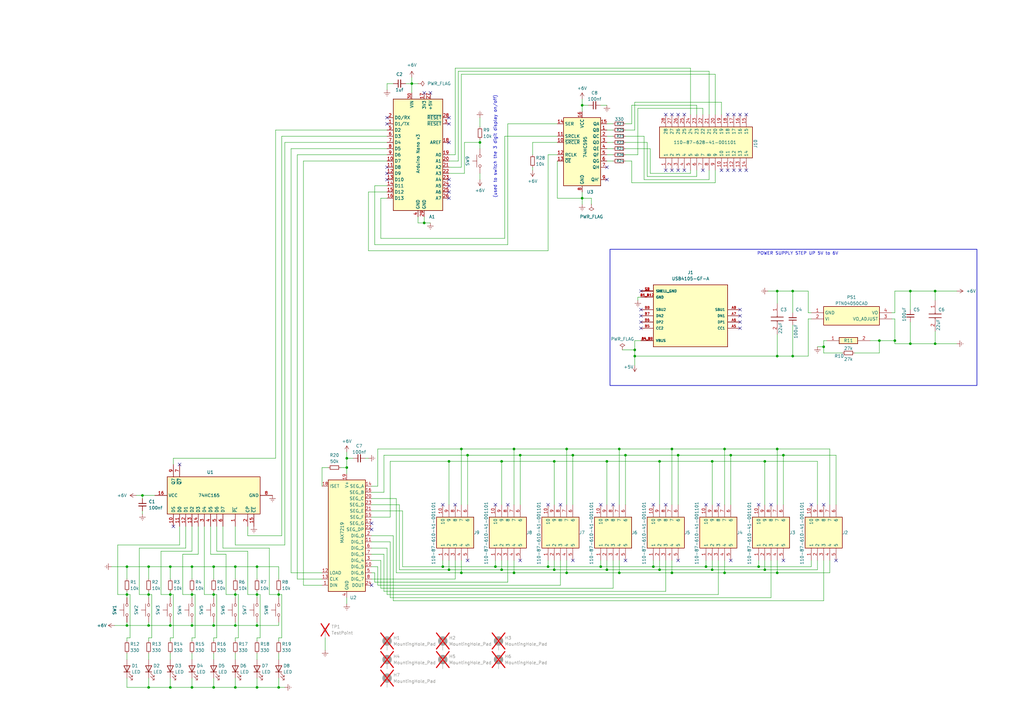
<source format=kicad_sch>
(kicad_sch (version 20230121) (generator eeschema)
  (paper "A3")
  (title_block (title "8 Bit zu Byte") (date "2023-09-17") (rev "A"))
  (junction (at 60.96 232.41))
  (junction (at 383.54 119.38))
  (junction (at 181.61 232.41))
  (junction (at 60.96 281.94))
  (junction (at 87.63 256.54))
  (junction (at 227.33 233.68))
  (junction (at 318.77 234.95))
  (junction (at 238.76 81.28))
  (junction (at 325.12 119.38))
  (junction (at 58.42 203.2))
  (junction (at 270.51 189.23))
  (junction (at 105.41 243.84))
  (junction (at 184.15 233.68))
  (junction (at 205.74 189.23))
  (junction (at 114.3 243.84))
  (junction (at 289.56 232.41))
  (junction (at 248.92 189.23))
  (junction (at 60.96 256.54))
  (junction (at 69.85 281.94))
  (junction (at 292.1 233.68))
  (junction (at 205.74 233.68))
  (junction (at 78.74 281.94))
  (junction (at 142.24 187.96))
  (junction (at 105.41 256.54))
  (junction (at 96.52 232.41))
  (junction (at 232.41 234.95))
  (junction (at 96.52 281.94))
  (junction (at 325.12 146.05))
  (junction (at 227.33 189.23))
  (junction (at 313.69 189.23))
  (junction (at 367.03 139.7))
  (junction (at 168.91 34.29))
  (junction (at 173.99 91.44))
  (junction (at 254 234.95))
  (junction (at 105.41 232.41))
  (junction (at 96.52 256.54))
  (junction (at 318.77 184.15))
  (junction (at 248.92 233.68))
  (junction (at 52.07 256.54))
  (junction (at 275.59 184.15))
  (junction (at 260.35 146.05))
  (junction (at 52.07 232.41))
  (junction (at 87.63 232.41))
  (junction (at 96.52 243.84))
  (junction (at 278.13 186.69))
  (junction (at 270.51 233.68))
  (junction (at 318.77 146.05))
  (junction (at 234.95 186.69))
  (junction (at 238.76 43.18))
  (junction (at 210.82 184.15))
  (junction (at 373.38 140.97))
  (junction (at 196.85 58.42))
  (junction (at 184.15 189.23))
  (junction (at 311.15 232.41))
  (junction (at 78.74 256.54))
  (junction (at 87.63 281.94))
  (junction (at 321.31 186.69))
  (junction (at 60.96 243.84))
  (junction (at 267.97 232.41))
  (junction (at 299.72 186.69))
  (junction (at 142.24 191.77))
  (junction (at 337.82 142.24))
  (junction (at 360.68 139.7))
  (junction (at 297.18 184.15))
  (junction (at 203.2 232.41))
  (junction (at 114.3 281.94))
  (junction (at 69.85 243.84))
  (junction (at 87.63 243.84))
  (junction (at 210.82 234.95))
  (junction (at 191.77 186.69))
  (junction (at 189.23 234.95))
  (junction (at 318.77 119.38))
  (junction (at 297.18 234.95))
  (junction (at 292.1 189.23))
  (junction (at 78.74 232.41))
  (junction (at 313.69 233.68))
  (junction (at 383.54 140.97))
  (junction (at 224.79 232.41))
  (junction (at 232.41 184.15))
  (junction (at 52.07 243.84))
  (junction (at 105.41 281.94))
  (junction (at 275.59 234.95))
  (junction (at 78.74 243.84))
  (junction (at 246.38 232.41))
  (junction (at 213.36 186.69))
  (junction (at 373.38 119.38))
  (junction (at 189.23 184.15))
  (junction (at 69.85 232.41))
  (junction (at 254 184.15))
  (junction (at 69.85 256.54))
  (junction (at 256.54 186.69))
  (junction (at 260.35 143.51))
  (no_connect (at 184.15 50.8))
  (no_connect (at 181.61 207.01))
  (no_connect (at 273.05 46.99))
  (no_connect (at 158.75 73.66))
  (no_connect (at 184.15 58.42))
  (no_connect (at 234.95 229.87))
  (no_connect (at 246.38 207.01))
  (no_connect (at 256.54 229.87))
  (no_connect (at 173.99 38.1))
  (no_connect (at 299.72 229.87))
  (no_connect (at 342.9 229.87))
  (no_connect (at 332.74 207.01))
  (no_connect (at 152.4 240.03))
  (no_connect (at 321.31 229.87))
  (no_connect (at 203.2 207.01))
  (no_connect (at 288.29 69.85))
  (no_connect (at 280.67 69.85))
  (no_connect (at 224.79 207.01))
  (no_connect (at 298.45 69.85))
  (no_connect (at 251.46 207.01))
  (no_connect (at 248.92 68.58))
  (no_connect (at 213.36 229.87))
  (no_connect (at 262.89 129.54))
  (no_connect (at 184.15 78.74))
  (no_connect (at 184.15 73.66))
  (no_connect (at 316.23 207.01))
  (no_connect (at 278.13 69.85))
  (no_connect (at 184.15 48.26))
  (no_connect (at 311.15 207.01))
  (no_connect (at 73.66 190.5))
  (no_connect (at 273.05 69.85))
  (no_connect (at 295.91 69.85))
  (no_connect (at 152.4 217.17))
  (no_connect (at 262.89 132.08))
  (no_connect (at 303.53 69.85))
  (no_connect (at 158.75 48.26))
  (no_connect (at 300.99 46.99))
  (no_connect (at 303.53 134.62))
  (no_connect (at 280.67 46.99))
  (no_connect (at 158.75 68.58))
  (no_connect (at 186.69 207.01))
  (no_connect (at 289.56 207.01))
  (no_connect (at 337.82 207.01))
  (no_connect (at 278.13 229.87))
  (no_connect (at 267.97 207.01))
  (no_connect (at 262.89 134.62))
  (no_connect (at 262.89 127))
  (no_connect (at 303.53 129.54))
  (no_connect (at 278.13 46.99))
  (no_connect (at 184.15 81.28))
  (no_connect (at 208.28 207.01))
  (no_connect (at 229.87 207.01))
  (no_connect (at 303.53 132.08))
  (no_connect (at 262.89 119.38))
  (no_connect (at 248.92 73.66))
  (no_connect (at 158.75 71.12))
  (no_connect (at 306.07 69.85))
  (no_connect (at 306.07 46.99))
  (no_connect (at 294.64 207.01))
  (no_connect (at 158.75 50.8))
  (no_connect (at 298.45 46.99))
  (no_connect (at 71.12 215.9))
  (no_connect (at 184.15 76.2))
  (no_connect (at 176.53 38.1))
  (no_connect (at 300.99 69.85))
  (no_connect (at 152.4 214.63))
  (no_connect (at 275.59 46.99))
  (no_connect (at 275.59 69.85))
  (no_connect (at 191.77 229.87))
  (no_connect (at 273.05 207.01))
  (no_connect (at 303.53 127))
  (no_connect (at 303.53 46.99))
  (wire (pts (xy 218.44 68.58) (xy 218.44 69.85)))
  (wire (pts (xy 367.03 119.38) (xy 373.38 119.38)))
  (wire (pts (xy 156.21 229.87) (xy 156.21 241.3)))
  (wire (pts (xy 313.69 189.23) (xy 335.28 189.23)))
  (wire (pts (xy 313.69 189.23) (xy 313.69 207.01)))
  (wire (pts (xy 248.92 63.5) (xy 251.46 63.5)))
  (wire (pts (xy 62.23 261.62) (xy 62.23 243.84)))
  (wire (pts (xy 256.54 60.96) (xy 266.7 60.96)))
  (wire (pts (xy 66.04 226.06) (xy 66.04 243.84)))
  (wire (pts (xy 318.77 137.16) (xy 318.77 146.05)))
  (wire (pts (xy 152.4 237.49) (xy 186.69 237.49)))
  (wire (pts (xy 311.15 229.87) (xy 311.15 232.41)))
  (wire (pts (xy 251.46 241.3) (xy 251.46 229.87)))
  (wire (pts (xy 383.54 135.89) (xy 383.54 140.97)))
  (wire (pts (xy 248.92 43.18) (xy 246.38 43.18)))
  (wire (pts (xy 48.26 223.52) (xy 73.66 223.52)))
  (wire (pts (xy 234.95 186.69) (xy 234.95 207.01)))
  (wire (pts (xy 69.85 256.54) (xy 78.74 256.54)))
  (wire (pts (xy 158.75 224.79) (xy 158.75 243.84)))
  (wire (pts (xy 121.92 63.5) (xy 121.92 237.49)))
  (wire (pts (xy 227.33 189.23) (xy 248.92 189.23)))
  (wire (pts (xy 254 184.15) (xy 275.59 184.15)))
  (wire (pts (xy 154.94 232.41) (xy 154.94 240.03)))
  (wire (pts (xy 52.07 281.94) (xy 60.96 281.94)))
  (wire (pts (xy 208.28 50.8) (xy 208.28 100.33)))
  (wire (pts (xy 337.82 142.24) (xy 337.82 139.7)))
  (wire (pts (xy 83.82 215.9) (xy 83.82 243.84)))
  (wire (pts (xy 337.82 139.7) (xy 339.09 139.7)))
  (wire (pts (xy 78.74 243.84) (xy 78.74 245.11)))
  (wire (pts (xy 238.76 43.18) (xy 238.76 45.72)))
  (wire (pts (xy 60.96 232.41) (xy 60.96 237.49)))
  (wire (pts (xy 297.18 229.87) (xy 297.18 234.95)))
  (wire (pts (xy 229.87 240.03) (xy 229.87 229.87)))
  (wire (pts (xy 69.85 255.27) (xy 69.85 256.54)))
  (wire (pts (xy 78.74 261.62) (xy 80.01 261.62)))
  (wire (pts (xy 52.07 267.97) (xy 52.07 270.51)))
  (wire (pts (xy 78.74 262.89) (xy 78.74 261.62)))
  (wire (pts (xy 294.64 243.84) (xy 294.64 229.87)))
  (wire (pts (xy 139.7 191.77) (xy 142.24 191.77)))
  (wire (pts (xy 153.67 234.95) (xy 153.67 238.76)))
  (wire (pts (xy 205.74 189.23) (xy 205.74 207.01)))
  (wire (pts (xy 318.77 119.38) (xy 318.77 124.46)))
  (wire (pts (xy 259.08 50.8) (xy 259.08 43.18)))
  (wire (pts (xy 69.85 232.41) (xy 69.85 237.49)))
  (wire (pts (xy 96.52 278.13) (xy 96.52 281.94)))
  (wire (pts (xy 71.12 261.62) (xy 71.12 243.84)))
  (wire (pts (xy 60.96 255.27) (xy 60.96 256.54)))
  (wire (pts (xy 105.41 278.13) (xy 105.41 281.94)))
  (wire (pts (xy 190.5 71.12) (xy 190.5 58.42)))
  (wire (pts (xy 52.07 256.54) (xy 60.96 256.54)))
  (wire (pts (xy 78.74 232.41) (xy 87.63 232.41)))
  (wire (pts (xy 267.97 232.41) (xy 289.56 232.41)))
  (wire (pts (xy 273.05 242.57) (xy 273.05 229.87)))
  (wire (pts (xy 52.07 262.89) (xy 52.07 261.62)))
  (wire (pts (xy 248.92 233.68) (xy 270.51 233.68)))
  (wire (pts (xy 196.85 58.42) (xy 196.85 60.96)))
  (wire (pts (xy 205.74 189.23) (xy 227.33 189.23)))
  (wire (pts (xy 101.6 219.71) (xy 101.6 215.9)))
  (wire (pts (xy 232.41 184.15) (xy 254 184.15)))
  (wire (pts (xy 288.29 46.99) (xy 288.29 44.45)))
  (wire (pts (xy 78.74 278.13) (xy 78.74 281.94)))
  (wire (pts (xy 224.79 102.87) (xy 151.13 102.87)))
  (wire (pts (xy 248.92 50.8) (xy 251.46 50.8)))
  (wire (pts (xy 335.28 189.23) (xy 335.28 207.01)))
  (wire (pts (xy 110.49 224.79) (xy 91.44 224.79)))
  (wire (pts (xy 275.59 184.15) (xy 297.18 184.15)))
  (wire (pts (xy 157.48 186.69) (xy 157.48 201.93)))
  (wire (pts (xy 69.85 278.13) (xy 69.85 281.94)))
  (wire (pts (xy 297.18 184.15) (xy 318.77 184.15)))
  (wire (pts (xy 278.13 186.69) (xy 278.13 207.01)))
  (wire (pts (xy 350.52 144.78) (xy 360.68 144.78)))
  (wire (pts (xy 256.54 53.34) (xy 260.35 53.34)))
  (wire (pts (xy 91.44 224.79) (xy 91.44 215.9)))
  (wire (pts (xy 114.3 261.62) (xy 115.57 261.62)))
  (wire (pts (xy 116.84 58.42) (xy 116.84 223.52)))
  (wire (pts (xy 92.71 227.33) (xy 86.36 227.33)))
  (wire (pts (xy 191.77 186.69) (xy 213.36 186.69)))
  (wire (pts (xy 114.3 278.13) (xy 114.3 281.94)))
  (wire (pts (xy 53.34 261.62) (xy 53.34 243.84)))
  (wire (pts (xy 116.84 58.42) (xy 158.75 58.42)))
  (wire (pts (xy 292.1 233.68) (xy 313.69 233.68)))
  (wire (pts (xy 158.75 55.88) (xy 115.57 55.88)))
  (wire (pts (xy 205.74 233.68) (xy 227.33 233.68)))
  (wire (pts (xy 58.42 209.55) (xy 58.42 210.82)))
  (wire (pts (xy 158.75 63.5) (xy 121.92 63.5)))
  (wire (pts (xy 157.48 201.93) (xy 152.4 201.93)))
  (wire (pts (xy 52.07 261.62) (xy 53.34 261.62)))
  (wire (pts (xy 78.74 255.27) (xy 78.74 256.54)))
  (wire (pts (xy 289.56 232.41) (xy 311.15 232.41)))
  (wire (pts (xy 165.1 209.55) (xy 152.4 209.55)))
  (wire (pts (xy 60.96 281.94) (xy 69.85 281.94)))
  (wire (pts (xy 260.35 41.91) (xy 260.35 53.34)))
  (wire (pts (xy 45.72 232.41) (xy 52.07 232.41)))
  (wire (pts (xy 292.1 189.23) (xy 292.1 207.01)))
  (wire (pts (xy 152.4 229.87) (xy 156.21 229.87)))
  (wire (pts (xy 260.35 143.51) (xy 260.35 146.05)))
  (wire (pts (xy 256.54 63.5) (xy 261.62 63.5)))
  (wire (pts (xy 255.27 143.51) (xy 260.35 143.51)))
  (wire (pts (xy 314.96 119.38) (xy 318.77 119.38)))
  (wire (pts (xy 60.96 262.89) (xy 60.96 261.62)))
  (wire (pts (xy 313.69 233.68) (xy 335.28 233.68)))
  (wire (pts (xy 60.96 243.84) (xy 60.96 245.11)))
  (wire (pts (xy 191.77 186.69) (xy 191.77 207.01)))
  (wire (pts (xy 295.91 46.99) (xy 295.91 41.91)))
  (wire (pts (xy 152.4 224.79) (xy 158.75 224.79)))
  (wire (pts (xy 87.63 261.62) (xy 88.9 261.62)))
  (wire (pts (xy 114.3 256.54) (xy 114.3 255.27)))
  (wire (pts (xy 367.03 130.81) (xy 367.03 139.7)))
  (wire (pts (xy 66.04 243.84) (xy 69.85 243.84)))
  (wire (pts (xy 87.63 262.89) (xy 87.63 261.62)))
  (wire (pts (xy 265.43 72.39) (xy 265.43 58.42)))
  (wire (pts (xy 325.12 119.38) (xy 325.12 128.27)))
  (wire (pts (xy 163.83 233.68) (xy 163.83 207.01)))
  (wire (pts (xy 101.6 226.06) (xy 101.6 243.84)))
  (wire (pts (xy 256.54 58.42) (xy 265.43 58.42)))
  (wire (pts (xy 106.68 261.62) (xy 106.68 243.84)))
  (wire (pts (xy 189.23 184.15) (xy 210.82 184.15)))
  (wire (pts (xy 96.52 262.89) (xy 96.52 261.62)))
  (wire (pts (xy 83.82 243.84) (xy 87.63 243.84)))
  (wire (pts (xy 88.9 261.62) (xy 88.9 243.84)))
  (wire (pts (xy 74.93 227.33) (xy 74.93 243.84)))
  (wire (pts (xy 181.61 229.87) (xy 181.61 232.41)))
  (wire (pts (xy 196.85 57.15) (xy 196.85 58.42)))
  (wire (pts (xy 259.08 43.18) (xy 285.75 43.18)))
  (wire (pts (xy 196.85 71.12) (xy 196.85 73.66)))
  (wire (pts (xy 153.67 100.33) (xy 153.67 76.2)))
  (wire (pts (xy 367.03 128.27) (xy 365.76 128.27)))
  (wire (pts (xy 52.07 232.41) (xy 60.96 232.41)))
  (wire (pts (xy 134.62 191.77) (xy 132.08 191.77)))
  (wire (pts (xy 325.12 146.05) (xy 331.47 146.05)))
  (wire (pts (xy 60.96 232.41) (xy 69.85 232.41)))
  (wire (pts (xy 160.02 189.23) (xy 160.02 212.09)))
  (wire (pts (xy 208.28 50.8) (xy 228.6 50.8)))
  (wire (pts (xy 154.94 240.03) (xy 229.87 240.03)))
  (wire (pts (xy 311.15 232.41) (xy 332.74 232.41)))
  (wire (pts (xy 114.3 237.49) (xy 114.3 232.41)))
  (wire (pts (xy 142.24 187.96) (xy 142.24 191.77)))
  (wire (pts (xy 210.82 234.95) (xy 232.41 234.95)))
  (wire (pts (xy 96.52 256.54) (xy 105.41 256.54)))
  (wire (pts (xy 248.92 189.23) (xy 270.51 189.23)))
  (wire (pts (xy 74.93 227.33) (xy 81.28 227.33)))
  (wire (pts (xy 325.12 119.38) (xy 331.47 119.38)))
  (wire (pts (xy 152.4 212.09) (xy 160.02 212.09)))
  (wire (pts (xy 260.35 146.05) (xy 260.35 149.86)))
  (wire (pts (xy 69.85 281.94) (xy 78.74 281.94)))
  (wire (pts (xy 184.15 189.23) (xy 205.74 189.23)))
  (wire (pts (xy 292.1 229.87) (xy 292.1 233.68)))
  (wire (pts (xy 373.38 119.38) (xy 373.38 127)))
  (wire (pts (xy 132.08 191.77) (xy 132.08 199.39)))
  (wire (pts (xy 299.72 186.69) (xy 321.31 186.69)))
  (wire (pts (xy 57.15 224.79) (xy 76.2 224.79)))
  (wire (pts (xy 153.67 76.2) (xy 158.75 76.2)))
  (wire (pts (xy 87.63 267.97) (xy 87.63 270.51)))
  (wire (pts (xy 162.56 234.95) (xy 162.56 204.47)))
  (wire (pts (xy 196.85 48.26) (xy 196.85 52.07)))
  (wire (pts (xy 264.16 73.66) (xy 264.16 55.88)))
  (wire (pts (xy 144.78 187.96) (xy 142.24 187.96)))
  (wire (pts (xy 293.37 30.48) (xy 189.23 30.48)))
  (wire (pts (xy 74.93 243.84) (xy 78.74 243.84)))
  (wire (pts (xy 115.57 261.62) (xy 115.57 243.84)))
  (wire (pts (xy 110.49 224.79) (xy 110.49 243.84)))
  (wire (pts (xy 187.96 66.04) (xy 184.15 66.04)))
  (wire (pts (xy 96.52 232.41) (xy 105.41 232.41)))
  (wire (pts (xy 184.15 233.68) (xy 205.74 233.68)))
  (wire (pts (xy 105.41 262.89) (xy 105.41 261.62)))
  (wire (pts (xy 113.03 53.34) (xy 113.03 187.96)))
  (wire (pts (xy 262.89 121.92) (xy 261.62 121.92)))
  (wire (pts (xy 256.54 66.04) (xy 259.08 66.04)))
  (wire (pts (xy 189.23 30.48) (xy 189.23 68.58)))
  (wire (pts (xy 331.47 130.81) (xy 331.47 146.05)))
  (wire (pts (xy 152.4 234.95) (xy 153.67 234.95)))
  (wire (pts (xy 318.77 234.95) (xy 340.36 234.95)))
  (wire (pts (xy 113.03 53.34) (xy 158.75 53.34)))
  (wire (pts (xy 46.99 256.54) (xy 52.07 256.54)))
  (wire (pts (xy 52.07 232.41) (xy 52.07 237.49)))
  (wire (pts (xy 261.62 121.92) (xy 261.62 123.19)))
  (wire (pts (xy 60.96 267.97) (xy 60.96 270.51)))
  (wire (pts (xy 283.21 69.85) (xy 283.21 71.12)))
  (wire (pts (xy 81.28 227.33) (xy 81.28 215.9)))
  (wire (pts (xy 228.6 58.42) (xy 218.44 58.42)))
  (wire (pts (xy 160.02 245.11) (xy 316.23 245.11)))
  (wire (pts (xy 210.82 184.15) (xy 232.41 184.15)))
  (wire (pts (xy 119.38 234.95) (xy 132.08 234.95)))
  (wire (pts (xy 238.76 78.74) (xy 238.76 81.28)))
  (wire (pts (xy 71.12 187.96) (xy 113.03 187.96)))
  (wire (pts (xy 242.57 81.28) (xy 238.76 81.28)))
  (wire (pts (xy 285.75 72.39) (xy 265.43 72.39)))
  (wire (pts (xy 161.29 34.29) (xy 158.75 34.29)))
  (wire (pts (xy 156.21 97.79) (xy 156.21 81.28)))
  (wire (pts (xy 161.29 246.38) (xy 337.82 246.38)))
  (wire (pts (xy 261.62 44.45) (xy 261.62 63.5)))
  (wire (pts (xy 293.37 74.93) (xy 259.08 74.93)))
  (wire (pts (xy 80.01 261.62) (xy 80.01 243.84)))
  (wire (pts (xy 189.23 229.87) (xy 189.23 234.95)))
  (wire (pts (xy 115.57 243.84) (xy 114.3 243.84)))
  (wire (pts (xy 325.12 133.35) (xy 325.12 146.05)))
  (wire (pts (xy 275.59 184.15) (xy 275.59 207.01)))
  (wire (pts (xy 157.48 186.69) (xy 191.77 186.69)))
  (wire (pts (xy 227.33 229.87) (xy 227.33 233.68)))
  (wire (pts (xy 266.7 71.12) (xy 266.7 60.96)))
  (wire (pts (xy 48.26 243.84) (xy 52.07 243.84)))
  (wire (pts (xy 60.96 278.13) (xy 60.96 281.94)))
  (wire (pts (xy 248.92 189.23) (xy 248.92 207.01)))
  (wire (pts (xy 76.2 224.79) (xy 76.2 215.9)))
  (wire (pts (xy 321.31 186.69) (xy 342.9 186.69)))
  (wire (pts (xy 248.92 66.04) (xy 251.46 66.04)))
  (wire (pts (xy 57.15 224.79) (xy 57.15 243.84)))
  (wire (pts (xy 248.92 58.42) (xy 251.46 58.42)))
  (wire (pts (xy 163.83 233.68) (xy 184.15 233.68)))
  (wire (pts (xy 267.97 229.87) (xy 267.97 232.41)))
  (wire (pts (xy 124.46 66.04) (xy 124.46 240.03)))
  (wire (pts (xy 62.23 243.84) (xy 60.96 243.84)))
  (wire (pts (xy 69.85 267.97) (xy 69.85 270.51)))
  (wire (pts (xy 173.99 91.44) (xy 176.53 91.44)))
  (wire (pts (xy 331.47 119.38) (xy 331.47 128.27)))
  (wire (pts (xy 313.69 229.87) (xy 313.69 233.68)))
  (wire (pts (xy 283.21 27.94) (xy 283.21 46.99)))
  (wire (pts (xy 160.02 189.23) (xy 184.15 189.23)))
  (wire (pts (xy 110.49 243.84) (xy 114.3 243.84)))
  (wire (pts (xy 205.74 229.87) (xy 205.74 233.68)))
  (wire (pts (xy 331.47 128.27) (xy 332.74 128.27)))
  (wire (pts (xy 260.35 139.7) (xy 260.35 143.51)))
  (wire (pts (xy 105.41 232.41) (xy 105.41 237.49)))
  (wire (pts (xy 340.36 184.15) (xy 340.36 207.01)))
  (wire (pts (xy 275.59 234.95) (xy 297.18 234.95)))
  (wire (pts (xy 189.23 68.58) (xy 184.15 68.58)))
  (wire (pts (xy 224.79 63.5) (xy 224.79 102.87)))
  (wire (pts (xy 256.54 186.69) (xy 278.13 186.69)))
  (wire (pts (xy 153.67 238.76) (xy 208.28 238.76)))
  (wire (pts (xy 66.04 226.06) (xy 78.74 226.06)))
  (wire (pts (xy 157.48 227.33) (xy 157.48 242.57)))
  (wire (pts (xy 190.5 58.42) (xy 196.85 58.42)))
  (wire (pts (xy 171.45 91.44) (xy 173.99 91.44)))
  (wire (pts (xy 345.44 144.78) (xy 337.82 144.78)))
  (wire (pts (xy 248.92 53.34) (xy 251.46 53.34)))
  (wire (pts (xy 96.52 243.84) (xy 96.52 245.11)))
  (wire (pts (xy 260.35 146.05) (xy 318.77 146.05)))
  (wire (pts (xy 256.54 50.8) (xy 259.08 50.8)))
  (wire (pts (xy 293.37 69.85) (xy 293.37 74.93)))
  (wire (pts (xy 133.35 261.62) (xy 133.35 266.7)))
  (wire (pts (xy 115.57 55.88) (xy 115.57 219.71)))
  (wire (pts (xy 48.26 223.52) (xy 48.26 243.84)))
  (wire (pts (xy 69.85 243.84) (xy 69.85 245.11)))
  (wire (pts (xy 151.13 187.96) (xy 149.86 187.96)))
  (wire (pts (xy 181.61 232.41) (xy 203.2 232.41)))
  (wire (pts (xy 152.4 232.41) (xy 154.94 232.41)))
  (wire (pts (xy 238.76 81.28) (xy 238.76 83.82)))
  (wire (pts (xy 228.6 81.28) (xy 238.76 81.28)))
  (wire (pts (xy 152.4 222.25) (xy 160.02 222.25)))
  (wire (pts (xy 87.63 281.94) (xy 96.52 281.94)))
  (wire (pts (xy 156.21 241.3) (xy 251.46 241.3)))
  (wire (pts (xy 168.91 34.29) (xy 168.91 38.1)))
  (wire (pts (xy 101.6 243.84) (xy 105.41 243.84)))
  (wire (pts (xy 69.85 232.41) (xy 78.74 232.41)))
  (wire (pts (xy 270.51 229.87) (xy 270.51 233.68)))
  (wire (pts (xy 213.36 186.69) (xy 234.95 186.69)))
  (wire (pts (xy 78.74 232.41) (xy 78.74 237.49)))
  (wire (pts (xy 292.1 189.23) (xy 313.69 189.23)))
  (wire (pts (xy 152.4 207.01) (xy 163.83 207.01)))
  (wire (pts (xy 186.69 237.49) (xy 186.69 229.87)))
  (wire (pts (xy 96.52 255.27) (xy 96.52 256.54)))
  (wire (pts (xy 373.38 140.97) (xy 383.54 140.97)))
  (wire (pts (xy 248.92 229.87) (xy 248.92 233.68)))
  (wire (pts (xy 119.38 234.95) (xy 119.38 60.96)))
  (wire (pts (xy 242.57 83.82) (xy 242.57 81.28)))
  (wire (pts (xy 210.82 229.87) (xy 210.82 234.95)))
  (wire (pts (xy 290.83 29.21) (xy 187.96 29.21)))
  (wire (pts (xy 78.74 256.54) (xy 87.63 256.54)))
  (wire (pts (xy 342.9 186.69) (xy 342.9 207.01)))
  (wire (pts (xy 154.94 184.15) (xy 189.23 184.15)))
  (wire (pts (xy 114.3 242.57) (xy 114.3 243.84)))
  (wire (pts (xy 124.46 240.03) (xy 132.08 240.03)))
  (wire (pts (xy 270.51 233.68) (xy 292.1 233.68)))
  (wire (pts (xy 114.3 262.89) (xy 114.3 261.62)))
  (wire (pts (xy 270.51 189.23) (xy 270.51 207.01)))
  (wire (pts (xy 114.3 281.94) (xy 116.84 281.94)))
  (wire (pts (xy 105.41 242.57) (xy 105.41 243.84)))
  (wire (pts (xy 96.52 267.97) (xy 96.52 270.51)))
  (wire (pts (xy 105.41 267.97) (xy 105.41 270.51)))
  (wire (pts (xy 152.4 219.71) (xy 161.29 219.71)))
  (wire (pts (xy 71.12 243.84) (xy 69.85 243.84)))
  (wire (pts (xy 69.85 242.57) (xy 69.85 243.84)))
  (wire (pts (xy 97.79 243.84) (xy 96.52 243.84)))
  (wire (pts (xy 316.23 245.11) (xy 316.23 229.87)))
  (wire (pts (xy 246.38 229.87) (xy 246.38 232.41)))
  (wire (pts (xy 238.76 40.64) (xy 238.76 43.18)))
  (wire (pts (xy 290.83 73.66) (xy 264.16 73.66)))
  (wire (pts (xy 207.01 55.88) (xy 207.01 97.79)))
  (wire (pts (xy 92.71 243.84) (xy 96.52 243.84)))
  (wire (pts (xy 114.3 243.84) (xy 114.3 245.11)))
  (wire (pts (xy 142.24 191.77) (xy 142.24 194.31)))
  (wire (pts (xy 96.52 242.57) (xy 96.52 243.84)))
  (wire (pts (xy 283.21 71.12) (xy 266.7 71.12)))
  (wire (pts (xy 383.54 119.38) (xy 392.43 119.38)))
  (wire (pts (xy 318.77 184.15) (xy 318.77 207.01)))
  (wire (pts (xy 52.07 243.84) (xy 52.07 245.11)))
  (wire (pts (xy 186.69 63.5) (xy 184.15 63.5)))
  (wire (pts (xy 165.1 232.41) (xy 165.1 209.55)))
  (wire (pts (xy 96.52 223.52) (xy 96.52 215.9)))
  (wire (pts (xy 373.38 119.38) (xy 383.54 119.38)))
  (wire (pts (xy 285.75 43.18) (xy 285.75 46.99)))
  (wire (pts (xy 248.92 60.96) (xy 251.46 60.96)))
  (wire (pts (xy 367.03 140.97) (xy 373.38 140.97)))
  (wire (pts (xy 337.82 144.78) (xy 337.82 142.24)))
  (wire (pts (xy 278.13 186.69) (xy 299.72 186.69)))
  (wire (pts (xy 321.31 186.69) (xy 321.31 207.01)))
  (wire (pts (xy 158.75 34.29) (xy 158.75 36.83)))
  (wire (pts (xy 283.21 27.94) (xy 186.69 27.94)))
  (wire (pts (xy 87.63 232.41) (xy 87.63 237.49)))
  (wire (pts (xy 367.03 128.27) (xy 367.03 119.38)))
  (wire (pts (xy 232.41 234.95) (xy 254 234.95)))
  (wire (pts (xy 119.38 60.96) (xy 158.75 60.96)))
  (wire (pts (xy 156.21 81.28) (xy 158.75 81.28)))
  (wire (pts (xy 248.92 55.88) (xy 251.46 55.88)))
  (wire (pts (xy 87.63 256.54) (xy 96.52 256.54)))
  (wire (pts (xy 58.42 204.47) (xy 58.42 203.2)))
  (wire (pts (xy 71.12 187.96) (xy 71.12 190.5)))
  (wire (pts (xy 213.36 186.69) (xy 213.36 207.01)))
  (wire (pts (xy 228.6 55.88) (xy 207.01 55.88)))
  (wire (pts (xy 57.15 243.84) (xy 60.96 243.84)))
  (wire (pts (xy 96.52 232.41) (xy 96.52 237.49)))
  (wire (pts (xy 115.57 219.71) (xy 101.6 219.71)))
  (wire (pts (xy 295.91 41.91) (xy 260.35 41.91)))
  (wire (pts (xy 318.77 229.87) (xy 318.77 234.95)))
  (wire (pts (xy 87.63 242.57) (xy 87.63 243.84)))
  (wire (pts (xy 383.54 140.97) (xy 392.43 140.97)))
  (wire (pts (xy 60.96 261.62) (xy 62.23 261.62)))
  (wire (pts (xy 55.88 203.2) (xy 58.42 203.2)))
  (wire (pts (xy 208.28 100.33) (xy 153.67 100.33)))
  (wire (pts (xy 52.07 255.27) (xy 52.07 256.54)))
  (wire (pts (xy 154.94 199.39) (xy 152.4 199.39)))
  (wire (pts (xy 78.74 242.57) (xy 78.74 243.84)))
  (wire (pts (xy 173.99 88.9) (xy 173.99 91.44)))
  (wire (pts (xy 60.96 256.54) (xy 69.85 256.54)))
  (wire (pts (xy 373.38 132.08) (xy 373.38 140.97)))
  (wire (pts (xy 152.4 227.33) (xy 157.48 227.33)))
  (wire (pts (xy 210.82 184.15) (xy 210.82 207.01)))
  (wire (pts (xy 52.07 242.57) (xy 52.07 243.84)))
  (wire (pts (xy 318.77 146.05) (xy 325.12 146.05)))
  (wire (pts (xy 331.47 130.81) (xy 332.74 130.81)))
  (wire (pts (xy 318.77 184.15) (xy 340.36 184.15)))
  (wire (pts (xy 73.66 223.52) (xy 73.66 215.9)))
  (wire (pts (xy 87.63 243.84) (xy 87.63 245.11)))
  (wire (pts (xy 171.45 34.29) (xy 168.91 34.29)))
  (wire (pts (xy 162.56 234.95) (xy 189.23 234.95)))
  (wire (pts (xy 151.13 102.87) (xy 151.13 78.74)))
  (wire (pts (xy 58.42 203.2) (xy 63.5 203.2)))
  (wire (pts (xy 186.69 27.94) (xy 186.69 63.5)))
  (wire (pts (xy 297.18 234.95) (xy 318.77 234.95)))
  (wire (pts (xy 52.07 278.13) (xy 52.07 281.94)))
  (wire (pts (xy 78.74 281.94) (xy 87.63 281.94)))
  (wire (pts (xy 288.29 44.45) (xy 261.62 44.45)))
  (wire (pts (xy 78.74 267.97) (xy 78.74 270.51)))
  (wire (pts (xy 53.34 243.84) (xy 52.07 243.84)))
  (wire (pts (xy 203.2 232.41) (xy 224.79 232.41)))
  (wire (pts (xy 228.6 63.5) (xy 224.79 63.5)))
  (wire (pts (xy 80.01 243.84) (xy 78.74 243.84)))
  (wire (pts (xy 121.92 237.49) (xy 132.08 237.49)))
  (wire (pts (xy 254 184.15) (xy 254 207.01)))
  (wire (pts (xy 154.94 184.15) (xy 154.94 199.39)))
  (wire (pts (xy 228.6 66.04) (xy 228.6 81.28)))
  (wire (pts (xy 340.36 234.95) (xy 340.36 229.87)))
  (wire (pts (xy 383.54 119.38) (xy 383.54 123.19)))
  (wire (pts (xy 166.37 34.29) (xy 168.91 34.29)))
  (wire (pts (xy 97.79 261.62) (xy 97.79 243.84)))
  (wire (pts (xy 87.63 278.13) (xy 87.63 281.94)))
  (wire (pts (xy 218.44 58.42) (xy 218.44 63.5)))
  (wire (pts (xy 293.37 30.48) (xy 293.37 46.99)))
  (wire (pts (xy 256.54 55.88) (xy 264.16 55.88)))
  (wire (pts (xy 232.41 229.87) (xy 232.41 234.95)))
  (wire (pts (xy 158.75 66.04) (xy 124.46 66.04)))
  (wire (pts (xy 184.15 189.23) (xy 184.15 207.01)))
  (wire (pts (xy 289.56 229.87) (xy 289.56 232.41)))
  (wire (pts (xy 101.6 226.06) (xy 88.9 226.06)))
  (wire (pts (xy 259.08 74.93) (xy 259.08 66.04)))
  (wire (pts (xy 207.01 97.79) (xy 156.21 97.79)))
  (wire (pts (xy 168.91 31.75) (xy 168.91 34.29)))
  (wire (pts (xy 227.33 233.68) (xy 248.92 233.68)))
  (wire (pts (xy 256.54 186.69) (xy 256.54 207.01)))
  (wire (pts (xy 96.52 261.62) (xy 97.79 261.62)))
  (wire (pts (xy 105.41 256.54) (xy 114.3 256.54)))
  (wire (pts (xy 88.9 243.84) (xy 87.63 243.84)))
  (wire (pts (xy 254 234.95) (xy 275.59 234.95)))
  (wire (pts (xy 87.63 255.27) (xy 87.63 256.54)))
  (wire (pts (xy 356.87 139.7) (xy 360.68 139.7)))
  (wire (pts (xy 96.52 281.94) (xy 105.41 281.94)))
  (wire (pts (xy 114.3 267.97) (xy 114.3 270.51)))
  (wire (pts (xy 290.83 29.21) (xy 290.83 46.99)))
  (wire (pts (xy 332.74 232.41) (xy 332.74 229.87)))
  (wire (pts (xy 337.82 246.38) (xy 337.82 229.87)))
  (wire (pts (xy 275.59 229.87) (xy 275.59 234.95)))
  (wire (pts (xy 142.24 245.11) (xy 142.24 247.65)))
  (wire (pts (xy 241.3 43.18) (xy 238.76 43.18)))
  (wire (pts (xy 234.95 186.69) (xy 256.54 186.69)))
  (wire (pts (xy 165.1 232.41) (xy 181.61 232.41)))
  (wire (pts (xy 254 229.87) (xy 254 234.95)))
  (wire (pts (xy 105.41 232.41) (xy 114.3 232.41)))
  (wire (pts (xy 262.89 139.7) (xy 260.35 139.7)))
  (wire (pts (xy 360.68 144.78) (xy 360.68 139.7)))
  (wire (pts (xy 161.29 219.71) (xy 161.29 246.38)))
  (wire (pts (xy 69.85 261.62) (xy 71.12 261.62)))
  (wire (pts (xy 189.23 234.95) (xy 210.82 234.95)))
  (wire (pts (xy 86.36 215.9) (xy 86.36 227.33)))
  (wire (pts (xy 88.9 215.9) (xy 88.9 226.06)))
  (wire (pts (xy 208.28 238.76) (xy 208.28 229.87)))
  (wire (pts (xy 69.85 262.89) (xy 69.85 261.62)))
  (wire (pts (xy 116.84 223.52) (xy 96.52 223.52)))
  (wire (pts (xy 270.51 189.23) (xy 292.1 189.23)))
  (wire (pts (xy 78.74 215.9) (xy 78.74 226.06)))
  (wire (pts (xy 246.38 232.41) (xy 267.97 232.41)))
  (wire (pts (xy 227.33 189.23) (xy 227.33 207.01)))
  (wire (pts (xy 184.15 229.87) (xy 184.15 233.68)))
  (wire (pts (xy 158.75 243.84) (xy 294.64 243.84)))
  (wire (pts (xy 360.68 139.7) (xy 367.03 139.7)))
  (wire (pts (xy 105.41 243.84) (xy 105.41 245.11)))
  (wire (pts (xy 290.83 69.85) (xy 290.83 73.66)))
  (wire (pts (xy 105.41 261.62) (xy 106.68 261.62)))
  (wire (pts (xy 224.79 229.87) (xy 224.79 232.41)))
  (wire (pts (xy 189.23 184.15) (xy 189.23 207.01)))
  (wire (pts (xy 297.18 184.15) (xy 297.18 207.01)))
  (wire (pts (xy 335.28 233.68) (xy 335.28 229.87)))
  (wire (pts (xy 92.71 227.33) (xy 92.71 243.84)))
  (wire (pts (xy 224.79 232.41) (xy 246.38 232.41)))
  (wire (pts (xy 60.96 242.57) (xy 60.96 243.84)))
  (wire (pts (xy 105.41 281.94) (xy 114.3 281.94)))
  (wire (pts (xy 285.75 69.85) (xy 285.75 72.39)))
  (wire (pts (xy 171.45 88.9) (xy 171.45 91.44)))
  (wire (pts (xy 157.48 242.57) (xy 273.05 242.57)))
  (wire (pts (xy 203.2 229.87) (xy 203.2 232.41)))
  (wire (pts (xy 367.03 139.7) (xy 367.03 140.97)))
  (wire (pts (xy 151.13 78.74) (xy 158.75 78.74)))
  (wire (pts (xy 232.41 184.15) (xy 232.41 207.01)))
  (wire (pts (xy 87.63 232.41) (xy 96.52 232.41)))
  (wire (pts (xy 184.15 71.12) (xy 190.5 71.12)))
  (wire (pts (xy 142.24 185.42) (xy 142.24 187.96)))
  (wire (pts (xy 106.68 243.84) (xy 105.41 243.84)))
  (wire (pts (xy 187.96 29.21) (xy 187.96 66.04)))
  (wire (pts (xy 367.03 130.81) (xy 365.76 130.81)))
  (wire (pts (xy 318.77 119.38) (xy 325.12 119.38)))
  (wire (pts (xy 335.28 142.24) (xy 337.82 142.24)))
  (wire (pts (xy 162.56 204.47) (xy 152.4 204.47)))
  (wire (pts (xy 299.72 186.69) (xy 299.72 207.01)))
  (wire (pts (xy 105.41 255.27) (xy 105.41 256.54)))
  (wire (pts (xy 160.02 222.25) (xy 160.02 245.11)))
  (rectangle (start 250.19 102.235) (end 400.685 158.115) (stroke (width 0.25)))
  (text "(used to switch the 3 digit display on/off)" (at 203.835 81.28 90) (effects (font (size 1.27 1.27)) (justify left bottom)))
  (text "POWER SUPPLY STEP UP 5V to 6V" (at 310.515 104.775 0) (effects (font (size 1.27 1.27)) (justify left bottom)))
  (symbol (lib_id "Device:R_Small") (at 254 63.5 270) (unit 1)
    (property "Reference" "R26" (at 255.905 63.5 90) (effects (font (size 1 1)) (justify right)))
    (property "Value" "330" (effects hide))
    (property "Footprint" "Resistor_THT:R_Axial_DIN0207_L6.3mm_D2.5mm_P10.16mm_Horizontal" (effects hide))
  )
  (symbol (lib_id "SamacSys_Parts:C4532X7R1C226M230KB") (at 318.77 124.46 270) (unit 1)
    (property "Reference" "C3" (at 320.04 127 90) (effects (justify left)))
    (property "Value" "22uF" (at 320.04 132.08 0) (effects (justify left)))
    (property "Footprint" "C4532_Commercial" (effects hide))
    (property "Datasheet" "https://product.tdk.com/system/files/dam/doc/product/capacitor/ceramic/mlcc/catalog/mlcc_commercial_general_en.pdf" (effects hide))
    (property "Height" "2.2" (effects hide))
    (property "Mouser Part Number" "810-C4532X7R1C226M10" (effects hide))
    (property "Mouser Price/Stock" "https://www.mouser.co.uk/ProductDetail/TDK/C4532X7R1C226M230KB?qs=LcTL%2F5vFEzGnHgbQAdlvvg%3D%3D" (effects hide))
    (property "Manufacturer_Name" "TDK" (effects hide))
    (property "Manufacturer_Part_Number" "C4532X7R1C226M230KB" (effects hide))
  )
  (symbol (lib_id "power:GNDREF") (at 104.14 215.9 0) (unit 1)
    (property "Reference" "#PWR05" (effects hide))
    (property "Value" "GNDREF" (effects hide))
  )
  (symbol (lib_id "Device:R_Small") (at 96.52 265.43 180) (unit 1)
    (property "Reference" "R17" (at 97.79 264.16 0) (effects (justify right)))
    (property "Value" "330" (at 97.79 266.7 0) (effects (justify right)))
    (property "Footprint" "Resistor_THT:R_Axial_DIN0207_L6.3mm_D2.5mm_P10.16mm_Horizontal" (effects hide))
  )
  (symbol (lib_id "Device:R_Small") (at 87.63 265.43 180) (unit 1)
    (property "Reference" "R16" (at 88.9 264.16 0) (effects (justify right)))
    (property "Value" "330" (at 88.9 266.7 0) (effects (justify right)))
    (property "Footprint" "Resistor_THT:R_Axial_DIN0207_L6.3mm_D2.5mm_P10.16mm_Horizontal" (effects hide))
  )
  (symbol (lib_id "power:GNDREF") (at 58.42 210.82 0) (unit 1)
    (property "Reference" "#PWR04" (effects hide))
    (property "Value" "GNDREF" (effects hide))
  )
  (symbol (lib_id "Switch:SW_Push") (at 196.85 66.04 90) (unit 1)
    (property "Reference" "SW9" (at 191.77 66.04 0))
    (property "Value" "SW_Push" (effects hide))
    (property "Footprint" "Connector_PinHeader_2.54mm:PinHeader_1x02_P2.54mm_Vertical" (effects hide))
  )
  (symbol (lib_id "power:GNDREF") (at 176.53 91.44 0) (unit 1)
    (property "Reference" "#PWR013" (effects hide))
    (property "Value" "GNDREF" (effects hide))
  )
  (symbol (lib_id "Device:R_Small") (at 78.74 240.03 0) (unit 1)
    (property "Reference" "R4" (at 80.01 238.76 0) (effects (justify left)))
    (property "Value" "10k" (at 80.01 241.3 0) (effects (justify left)))
    (property "Footprint" "Resistor_THT:R_Axial_DIN0207_L6.3mm_D2.5mm_P10.16mm_Horizontal" (effects hide))
  )
  (symbol (lib_id "Device:R_Small") (at 69.85 265.43 180) (unit 1)
    (property "Reference" "R14" (at 71.12 264.16 0) (effects (justify right)))
    (property "Value" "330" (at 71.12 266.7 0) (effects (justify right)))
    (property "Footprint" "Resistor_THT:R_Axial_DIN0207_L6.3mm_D2.5mm_P10.16mm_Horizontal" (effects hide))
  )
  (symbol (lib_id "Mechanical:MountingHole_Pad") (at 204.47 271.78 0) (unit 1) (in_bom no) (dnp yes)
    (property "Reference" "H6" (at 207.01 269.24 0) (effects (justify left)))
    (property "Value" "MountingHole_Pad" (at 207.01 271.78 0) (effects (justify left)))
    (property "Footprint" "MountingHole:MountingHole_3.2mm_M3_DIN965_Pad" (effects hide))
    (property "Sim.Enable" "0" (effects hide))
  )
  (symbol (lib_id "Switch:SW_Push") (at 78.74 250.19 90) (unit 1)
    (property "Reference" "SW4" (at 73.66 250.19 0))
    (property "Value" "SW_Push" (effects hide))
    (property "Footprint" "Connector_PinHeader_2.54mm:PinHeader_1x02_P2.54mm_Vertical" (effects hide))
  )
  (symbol (lib_id "SamacSys_Parts:110-87-610-41-001101") (at 332.74 229.87 90) (unit 1)
    (property "Reference" "J2" (at 345.44 218.44 90) (effects (justify right)))
    (property "Value" "110-87-610-41-001101" (at 328.93 205.74 0) (effects (justify right)))
    (property "Footprint" "DIPS1524W50P254L1270H370Q10N" (effects hide))
    (property "Datasheet" "http://www.precidip.com/AppHost/9698,1/Scripts/Modules/Catalog/Default.aspx?c=14&i=121&p=23&pdf=1&dsku=110-PP-XXX-41-001101" (effects hide))
    (property "Height" "3.7" (effects hide))
    (property "Mouser Part Number" "437-1108761041001101" (effects hide))
    (property "Mouser Price/Stock" "https://www.mouser.co.uk/ProductDetail/Preci-dip/110-87-610-41-001101?qs=FtMuP6KVi2RyUjsJ3d3Bhg%3D%3D" (effects hide))
    (property "Manufacturer_Name" "Preci-Dip" (effects hide))
    (property "Manufacturer_Part_Number" "110-87-610-41-001101" (effects hide))
  )
  (symbol (lib_id "MCU_Module:Arduino_Nano_v3.x") (at 171.45 63.5 0) (unit 1)
    (property "Reference" "A1" (at 175.9459 88.9 0) (effects (justify left)))
    (property "Value" "Arduino Nano v3" (at 171.45 71.12 90) (effects (justify left)))
    (property "Footprint" "Module:Arduino_Nano" (effects hide))
    (property "Datasheet" "http://www.mouser.com/pdfdocs/Gravitech_Arduino_Nano3_0.pdf" (effects hide))
  )
  (symbol (lib_id "Device:LED") (at 114.3 274.32 90) (unit 1)
    (property "Reference" "D8" (at 116.205 273.05 90) (effects (justify right)))
    (property "Value" "LED" (at 116.205 275.59 90) (effects (justify right)))
    (property "Footprint" "LED_THT:LED_D5.0mm" (effects hide))
  )
  (symbol (lib_id "Device:LED") (at 87.63 274.32 90) (unit 1)
    (property "Reference" "D5" (at 89.535 273.05 90) (effects (justify right)))
    (property "Value" "LED" (at 89.535 275.59 90) (effects (justify right)))
    (property "Footprint" "LED_THT:LED_D5.0mm" (effects hide))
  )
  (symbol (lib_id "Device:C_Small") (at 58.42 207.01 0) (unit 1)
    (property "Reference" "C1" (at 60.96 205.7463 0) (effects (justify left)))
    (property "Value" "100nf" (at 60.96 208.2863 0) (effects (justify left)))
    (property "Footprint" "Capacitor_THT:C_Disc_D5.0mm_W2.5mm_P2.50mm" (effects hide))
  )
  (symbol (lib_id "Connector:TestPoint") (at 133.35 261.62 0) (unit 1) (in_bom no) (dnp yes)
    (property "Reference" "TP1" (at 135.89 257.048 0) (effects (justify left)))
    (property "Value" "TestPoint" (at 135.89 259.588 0) (effects (justify left)))
    (property "Footprint" "TestPoint:TestPoint_Pad_2.0x2.0mm" (effects hide))
    (property "Sim.Enable" "0" (effects hide))
  )
  (symbol (lib_id "power:GNDREF") (at 335.28 142.24 0) (unit 1)
    (property "Reference" "#PWR028" (effects hide))
    (property "Value" "GNDREF" (effects hide))
  )
  (symbol (lib_id "Device:LED") (at 105.41 274.32 90) (unit 1)
    (property "Reference" "D7" (at 107.315 273.05 90) (effects (justify right)))
    (property "Value" "LED" (at 107.315 275.59 90) (effects (justify right)))
    (property "Footprint" "LED_THT:LED_D5.0mm" (effects hide))
  )
  (symbol (lib_id "power:GNDREF") (at 158.75 36.83 0) (unit 1)
    (property "Reference" "#PWR011" (effects hide))
    (property "Value" "GNDREF" (effects hide))
  )
  (symbol (lib_id "power:GNDREF") (at 116.84 281.94 90) (unit 1)
    (property "Reference" "#PWR07" (effects hide))
    (property "Value" "GNDREF" (effects hide))
  )
  (symbol (lib_id "74xx:74HC595") (at 238.76 60.96 0) (unit 1)
    (property "Reference" "U3" (at 240.665 78.74 0) (effects (justify left)))
    (property "Value" "74HC595" (at 240.03 64.77 90) (effects (justify left)))
    (property "Footprint" "Package_DIP:DIP-16_W7.62mm_Socket" (effects hide))
    (property "Datasheet" "http://www.ti.com/lit/ds/symlink/sn74hc595.pdf" (effects hide))
  )
  (symbol (lib_id "Device:LED") (at 78.74 274.32 90) (unit 1)
    (property "Reference" "D4" (at 80.645 273.05 90) (effects (justify right)))
    (property "Value" "LED" (at 80.645 275.59 90) (effects (justify right)))
    (property "Footprint" "LED_THT:LED_D5.0mm" (effects hide))
  )
  (symbol (lib_id "power:GNDREF") (at 196.85 48.26 180) (unit 1)
    (property "Reference" "#PWR014" (effects hide))
    (property "Value" "GNDREF" (effects hide))
  )
  (symbol (lib_id "SamacSys_Parts:PTN04050CAD") (at 332.74 128.27 0) (unit 1)
    (property "Reference" "PS1" (at 349.25 121.92 0))
    (property "Value" "PTN04050CAD" (at 349.25 124.46 0))
    (property "Footprint" "PTN04050CAH" (effects hide))
    (property "Datasheet" "http://www.ti.com/lit/gpn/ptn04050c" (effects hide))
    (property "Height" "8.5" (effects hide))
    (property "Manufacturer_Name" "Texas Instruments" (effects hide))
    (property "Manufacturer_Part_Number" "PTN04050CAD" (effects hide))
    (property "Mouser Part Number" "595-PTN04050CAD" (effects hide))
    (property "Mouser Price/Stock" "https://www.mouser.co.uk/ProductDetail/Texas-Instruments/PTN04050CAD?qs=sSOk4GDDv7z3sgPhmEmGQg%3D%3D" (effects hide))
    (property "Arrow Part Number" "PTN04050CAD" (effects hide))
    (property "Arrow Price/Stock" "https://www.arrow.com/en/products/ptn04050cad/texas-instruments?region=nac" (effects hide))
  )
  (symbol (lib_id "power:+6V") (at 55.88 203.2 90) (unit 1)
    (property "Reference" "#PWR03" (effects hide))
    (property "Value" "+6V" (at 52.07 203.2 90) (effects (justify left)))
  )
  (symbol (lib_id "Switch:SW_Push") (at 52.07 250.19 90) (unit 1)
    (property "Reference" "SW1" (at 46.99 250.19 0))
    (property "Value" "SW_Push" (effects hide))
    (property "Footprint" "Connector_PinHeader_2.54mm:PinHeader_1x02_P2.54mm_Vertical" (effects hide))
  )
  (symbol (lib_id "Device:R_Small") (at 52.07 240.03 0) (unit 1)
    (property "Reference" "R1" (at 53.34 238.76 0) (effects (justify left)))
    (property "Value" "10k" (at 53.34 241.3 0) (effects (justify left)))
    (property "Footprint" "Resistor_THT:R_Axial_DIN0207_L6.3mm_D2.5mm_P10.16mm_Horizontal" (effects hide))
  )
  (symbol (lib_id "Switch:SW_Push") (at 69.85 250.19 90) (unit 1)
    (property "Reference" "SW3" (at 64.77 250.19 0))
    (property "Value" "SW_Push" (effects hide))
    (property "Footprint" "Connector_PinHeader_2.54mm:PinHeader_1x02_P2.54mm_Vertical" (effects hide))
  )
  (symbol (lib_id "SamacSys_Parts:110-87-610-41-001101") (at 311.15 229.87 90) (unit 1)
    (property "Reference" "J3" (at 323.85 218.44 90) (effects (justify right)))
    (property "Value" "110-87-610-41-001101" (at 307.34 205.74 0) (effects (justify right)))
    (property "Footprint" "DIPS1524W50P254L1270H370Q10N" (effects hide))
    (property "Datasheet" "http://www.precidip.com/AppHost/9698,1/Scripts/Modules/Catalog/Default.aspx?c=14&i=121&p=23&pdf=1&dsku=110-PP-XXX-41-001101" (effects hide))
    (property "Height" "3.7" (effects hide))
    (property "Mouser Part Number" "437-1108761041001101" (effects hide))
    (property "Mouser Price/Stock" "https://www.mouser.co.uk/ProductDetail/Preci-dip/110-87-610-41-001101?qs=FtMuP6KVi2RyUjsJ3d3Bhg%3D%3D" (effects hide))
    (property "Manufacturer_Name" "Preci-Dip" (effects hide))
    (property "Manufacturer_Part_Number" "110-87-610-41-001101" (effects hide))
  )
  (symbol (lib_id "USB4105-GF-A:USB4105-GF-A") (at 283.21 129.54 180) (unit 1)
    (property "Reference" "J1" (at 283.21 111.76 0))
    (property "Value" "USB4105-GF-A" (at 283.21 114.3 0))
    (property "Footprint" "SamacSys:GCT_USB4105-GF-A" (effects hide))
    (property "Datasheet" "https://www.mouser.de/datasheet/2/837/Global_Connector_Technology_usb4105-3106202.pdf" (effects hide))
    (property "MF" "GCT" (effects hide))
    (property "MAXIMUM_PACKAGE_HEIGHT" "3.31 mm" (effects hide))
    (property "Package" "None" (effects hide))
    (property "Price" "None" (effects hide))
    (property "Check_prices" "https://www.snapeda.com/parts/USB4105-GF-A/Global+Connector+Technology/view-part/?ref=eda" (effects hide))
    (property "STANDARD" "Manufacturer Recommendations" (effects hide))
    (property "PARTREV" "A3" (effects hide))
    (property "SnapEDA_Link" "https://www.snapeda.com/parts/USB4105-GF-A/Global+Connector+Technology/view-part/?ref=snap" (effects hide))
    (property "MP" "USB4105-GF-A" (effects hide))
    (property "Purchase-URL" "https://www.snapeda.com/api/url_track_click_mouser/?unipart_id=4423780&manufacturer=GCT&part_name=USB4105-GF-A&search_term=None" (effects hide))
    (property "Description" "\nUSB-C (USB TYPE-C) USB 2.0 Receptacle Connector 24 (16+8 Dummy) Position Surface Mount, Right Angle; Through Hole\n" (effects hide))
    (property "Availability" "In Stock" (effects hide))
    (property "MANUFACTURER" "GCT" (effects hide))
  )
  (symbol (lib_id "Device:R_Small") (at 254 53.34 270) (unit 1)
    (property "Reference" "R25" (at 255.905 53.34 90) (effects (font (size 1 1)) (justify right)))
    (property "Value" "330" (effects hide))
    (property "Footprint" "Resistor_THT:R_Axial_DIN0207_L6.3mm_D2.5mm_P10.16mm_Horizontal" (effects hide))
  )
  (symbol (lib_id "power:GNDREF") (at 111.76 203.2 0) (unit 1)
    (property "Reference" "#PWR06" (effects hide))
    (property "Value" "GNDREF" (effects hide))
  )
  (symbol (lib_id "power:GNDREF") (at 314.96 119.38 270) (unit 1)
    (property "Reference" "#PWR025" (effects hide))
    (property "Value" "GNDREF" (effects hide))
  )
  (symbol (lib_id "Switch:SW_Push") (at 105.41 250.19 90) (unit 1)
    (property "Reference" "SW7" (at 100.33 250.19 0))
    (property "Value" "SW_Push" (effects hide))
    (property "Footprint" "Connector_PinHeader_2.54mm:PinHeader_1x02_P2.54mm_Vertical" (effects hide))
  )
  (symbol (lib_id "Device:R_Small") (at 69.85 240.03 0) (unit 1)
    (property "Reference" "R3" (at 71.12 238.76 0) (effects (justify left)))
    (property "Value" "10k" (at 71.12 241.3 0) (effects (justify left)))
    (property "Footprint" "Resistor_THT:R_Axial_DIN0207_L6.3mm_D2.5mm_P10.16mm_Horizontal" (effects hide))
  )
  (symbol (lib_id "power:GNDREF") (at 238.76 83.82 0) (unit 1)
    (property "Reference" "#PWR018" (effects hide))
    (property "Value" "GNDREF" (effects hide))
  )
  (symbol (lib_id "power:+6V") (at 238.76 40.64 0) (unit 1)
    (property "Reference" "#PWR017" (effects hide))
    (property "Value" "+6V" (at 238.76 36.195 0))
  )
  (symbol (lib_id "power:+6V") (at 392.43 119.38 270) (unit 1)
    (property "Reference" "#PWR026" (effects hide))
    (property "Value" "+6V" (at 396.24 119.38 90) (effects (justify left)))
  )
  (symbol (lib_id "power:GNDREF") (at 142.24 247.65 0) (unit 1)
    (property "Reference" "#PWR09" (effects hide))
    (property "Value" "GNDREF" (effects hide))
  )
  (symbol (lib_id "Device:R_Small") (at 254 58.42 270) (unit 1)
    (property "Reference" "R22" (at 255.905 58.42 90) (effects (font (size 1 1)) (justify right)))
    (property "Value" "330" (effects hide))
    (property "Footprint" "Resistor_THT:R_Axial_DIN0207_L6.3mm_D2.5mm_P10.16mm_Horizontal" (effects hide))
  )
  (symbol (lib_id "power:PWR_FLAG") (at 242.57 83.82 180) (unit 1)
    (property "Reference" "#FLG02" (effects hide))
    (property "Value" "PWR_FLAG" (at 242.57 88.9 0))
  )
  (symbol (lib_id "power:GNDREF") (at 133.35 266.7 0) (unit 1)
    (property "Reference" "#PWR020" (effects hide))
    (property "Value" "GNDREF" (effects hide))
  )
  (symbol (lib_id "Device:C_Small") (at 243.84 43.18 90) (unit 1)
    (property "Reference" "C8" (at 243.84 38.1 90))
    (property "Value" "100nf" (at 243.84 40.64 90))
    (property "Footprint" "Capacitor_THT:C_Disc_D5.0mm_W2.5mm_P2.50mm" (effects hide))
  )
  (symbol (lib_id "power:PWR_FLAG") (at 255.27 143.51 0) (unit 1)
    (property "Reference" "#FLG03" (effects hide))
    (property "Value" "PWR_FLAG" (at 255.27 139.065 0))
  )
  (symbol (lib_id "Device:R_Small") (at 218.44 66.04 180) (unit 1)
    (property "Reference" "R28" (at 219.71 64.77 0) (effects (justify right)))
    (property "Value" "10k" (at 219.71 67.31 0) (effects (justify right)))
    (property "Footprint" "Resistor_THT:R_Axial_DIN0207_L6.3mm_D2.5mm_P10.16mm_Horizontal" (effects hide))
  )
  (symbol (lib_id "Switch:SW_Push") (at 60.96 250.19 90) (unit 1)
    (property "Reference" "SW2" (at 55.88 250.19 0))
    (property "Value" "SW_Push" (effects hide))
    (property "Footprint" "Connector_PinHeader_2.54mm:PinHeader_1x02_P2.54mm_Vertical" (effects hide))
  )
  (symbol (lib_id "Device:LED") (at 69.85 274.32 90) (unit 1)
    (property "Reference" "D3" (at 71.755 273.05 90) (effects (justify right)))
    (property "Value" "LED" (at 71.755 275.59 90) (effects (justify right)))
    (property "Footprint" "LED_THT:LED_D5.0mm" (effects hide))
  )
  (symbol (lib_id "Switch:SW_Push") (at 96.52 250.19 90) (unit 1)
    (property "Reference" "SW6" (at 91.44 250.19 0))
    (property "Value" "SW_Push" (effects hide))
    (property "Footprint" "Connector_PinHeader_2.54mm:PinHeader_1x02_P2.54mm_Vertical" (effects hide))
  )
  (symbol (lib_id "Device:C_Small") (at 325.12 130.81 180) (unit 1)
    (property "Reference" "C4" (at 327.66 127 0))
    (property "Value" "100uF" (at 326.39 135.89 90))
    (property "Footprint" "Capacitor_THT:CP_Radial_D5.0mm_P2.50mm" (effects hide))
  )
  (symbol (lib_id "power:+6V") (at 46.99 256.54 90) (unit 1)
    (property "Reference" "#PWR02" (effects hide))
    (property "Value" "+6V" (at 43.815 256.54 90) (effects (justify left)))
  )
  (symbol (lib_id "Device:R_Small") (at 52.07 265.43 180) (unit 1)
    (property "Reference" "R12" (at 53.34 264.16 0) (effects (justify right)))
    (property "Value" "330" (at 53.34 266.7 0) (effects (justify right)))
    (property "Footprint" "Resistor_THT:R_Axial_DIN0207_L6.3mm_D2.5mm_P10.16mm_Horizontal" (effects hide))
  )
  (symbol (lib_id "SamacSys_Parts:110-87-610-41-001101") (at 267.97 229.87 90) (unit 1)
    (property "Reference" "J5" (at 280.67 218.44 90) (effects (justify right)))
    (property "Value" "110-87-610-41-001101" (at 264.16 205.74 0) (effects (justify right)))
    (property "Footprint" "DIPS1524W50P254L1270H370Q10N" (effects hide))
    (property "Datasheet" "http://www.precidip.com/AppHost/9698,1/Scripts/Modules/Catalog/Default.aspx?c=14&i=121&p=23&pdf=1&dsku=110-PP-XXX-41-001101" (effects hide))
    (property "Height" "3.7" (effects hide))
    (property "Mouser Part Number" "437-1108761041001101" (effects hide))
    (property "Mouser Price/Stock" "https://www.mouser.co.uk/ProductDetail/Preci-dip/110-87-610-41-001101?qs=FtMuP6KVi2RyUjsJ3d3Bhg%3D%3D" (effects hide))
    (property "Manufacturer_Name" "Preci-Dip" (effects hide))
    (property "Manufacturer_Part_Number" "110-87-610-41-001101" (effects hide))
  )
  (symbol (lib_id "Device:C_Small") (at 163.83 34.29 90) (unit 1)
    (property "Reference" "C2" (at 163.83 30.48 90))
    (property "Value" "1uf" (at 163.83 36.83 90))
    (property "Footprint" "Capacitor_THT:CP_Radial_D4.0mm_P2.00mm" (effects hide))
  )
  (symbol (lib_id "power:GNDREF") (at 248.92 43.18 0) (unit 1)
    (property "Reference" "#PWR019" (effects hide))
    (property "Value" "GNDREF" (effects hide))
  )
  (symbol (lib_id "Device:R_Small") (at 87.63 240.03 0) (unit 1)
    (property "Reference" "R5" (at 88.9 238.76 0) (effects (justify left)))
    (property "Value" "10k" (at 88.9 241.3 0) (effects (justify left)))
    (property "Footprint" "Resistor_THT:R_Axial_DIN0207_L6.3mm_D2.5mm_P10.16mm_Horizontal" (effects hide))
  )
  (symbol (lib_id "Device:R_Small") (at 114.3 240.03 0) (unit 1)
    (property "Reference" "R8" (at 115.57 238.76 0) (effects (justify left)))
    (property "Value" "10k" (at 115.57 241.3 0) (effects (justify left)))
    (property "Footprint" "Resistor_THT:R_Axial_DIN0207_L6.3mm_D2.5mm_P10.16mm_Horizontal" (effects hide))
  )
  (symbol (lib_id "Device:R_Small") (at 60.96 240.03 0) (unit 1)
    (property "Reference" "R2" (at 62.23 238.76 0) (effects (justify left)))
    (property "Value" "10k" (at 62.23 241.3 0) (effects (justify left)))
    (property "Footprint" "Resistor_THT:R_Axial_DIN0207_L6.3mm_D2.5mm_P10.16mm_Horizontal" (effects hide))
  )
  (symbol (lib_id "Device:R_Small") (at 254 60.96 270) (unit 1)
    (property "Reference" "R21" (at 255.905 60.96 90) (effects (font (size 1 1)) (justify right)))
    (property "Value" "330" (effects hide))
    (property "Footprint" "Resistor_THT:R_Axial_DIN0207_L6.3mm_D2.5mm_P10.16mm_Horizontal" (effects hide))
  )
  (symbol (lib_id "SamacSys_Parts:110-87-610-41-001101") (at 224.79 229.87 90) (unit 1)
    (property "Reference" "J7" (at 237.49 218.44 90) (effects (justify right)))
    (property "Value" "110-87-610-41-001101" (at 220.98 205.74 0) (effects (justify right)))
    (property "Footprint" "DIPS1524W50P254L1270H370Q10N" (effects hide))
    (property "Datasheet" "http://www.precidip.com/AppHost/9698,1/Scripts/Modules/Catalog/Default.aspx?c=14&i=121&p=23&pdf=1&dsku=110-PP-XXX-41-001101" (effects hide))
    (property "Height" "3.7" (effects hide))
    (property "Mouser Part Number" "437-1108761041001101" (effects hide))
    (property "Mouser Price/Stock" "https://www.mouser.co.uk/ProductDetail/Preci-dip/110-87-610-41-001101?qs=FtMuP6KVi2RyUjsJ3d3Bhg%3D%3D" (effects hide))
    (property "Manufacturer_Name" "Preci-Dip" (effects hide))
    (property "Manufacturer_Part_Number" "110-87-610-41-001101" (effects hide))
  )
  (symbol (lib_id "SamacSys_Parts:110-87-610-41-001101") (at 203.2 229.87 90) (unit 1)
    (property "Reference" "J8" (at 215.9 218.44 90) (effects (justify right)))
    (property "Value" "110-87-610-41-001101" (at 199.39 205.74 0) (effects (justify right)))
    (property "Footprint" "DIPS1524W50P254L1270H370Q10N" (effects hide))
    (property "Datasheet" "http://www.precidip.com/AppHost/9698,1/Scripts/Modules/Catalog/Default.aspx?c=14&i=121&p=23&pdf=1&dsku=110-PP-XXX-41-001101" (effects hide))
    (property "Height" "3.7" (effects hide))
    (property "Mouser Part Number" "437-1108761041001101" (effects hide))
    (property "Mouser Price/Stock" "https://www.mouser.co.uk/ProductDetail/Preci-dip/110-87-610-41-001101?qs=FtMuP6KVi2RyUjsJ3d3Bhg%3D%3D" (effects hide))
    (property "Manufacturer_Name" "Preci-Dip" (effects hide))
    (property "Manufacturer_Part_Number" "110-87-610-41-001101" (effects hide))
  )
  (symbol (lib_id "Device:R_Small") (at 60.96 265.43 180) (unit 1)
    (property "Reference" "R13" (at 62.23 264.16 0) (effects (justify right)))
    (property "Value" "330" (at 62.23 266.7 0) (effects (justify right)))
    (property "Footprint" "Resistor_THT:R_Axial_DIN0207_L6.3mm_D2.5mm_P10.16mm_Horizontal" (effects hide))
  )
  (symbol (lib_id "SamacSys_Parts:110-87-628-41-001101") (at 273.05 69.85 90) (unit 1)
    (property "Reference" "J10" (at 309.88 57.15 0) (effects (justify right)))
    (property "Value" "110-87-628-41-001101" (at 276.225 58.42 90) (effects (justify right)))
    (property "Footprint" "Package_DIP:DIP-28_W15.24mm_Socket" (effects hide))
    (property "Datasheet" "https://datasheet.datasheetarchive.com/originals/distributors/Datasheets-DGA16/879379.pdf" (effects hide))
    (property "Height" "4.2" (effects hide))
    (property "Mouser Part Number" "437-1108762841001101" (effects hide))
    (property "Mouser Price/Stock" "https://www.mouser.co.uk/ProductDetail/Preci-dip/110-87-628-41-001101?qs=uQD7XCvsSCP6AkcSNkxENw%3D%3D" (effects hide))
    (property "Manufacturer_Name" "Preci-Dip" (effects hide))
    (property "Manufacturer_Part_Number" "110-87-628-41-001101" (effects hide))
  )
  (symbol (lib_id "power:+6V") (at 142.24 185.42 0) (unit 1)
    (property "Reference" "#PWR08" (effects hide))
    (property "Value" "+6V" (at 142.24 180.975 0))
  )
  (symbol (lib_id "Device:R_Small") (at 78.74 265.43 180) (unit 1)
    (property "Reference" "R15" (at 80.01 264.16 0) (effects (justify right)))
    (property "Value" "330" (at 80.01 266.7 0) (effects (justify right)))
    (property "Footprint" "Resistor_THT:R_Axial_DIN0207_L6.3mm_D2.5mm_P10.16mm_Horizontal" (effects hide))
  )
  (symbol (lib_id "power:GNDREF") (at 261.62 123.19 0) (unit 1)
    (property "Reference" "#PWR021" (effects hide))
    (property "Value" "GNDREF" (effects hide))
  )
  (symbol (lib_id "Device:R_Small") (at 137.16 191.77 90) (unit 1)
    (property "Reference" "R20" (at 137.16 186.69 90))
    (property "Value" "50k" (at 137.16 189.23 90))
    (property "Footprint" "Resistor_THT:R_Axial_DIN0207_L6.3mm_D2.5mm_P10.16mm_Horizontal" (effects hide))
  )
  (symbol (lib_id "power:+6V") (at 168.91 31.75 0) (unit 1)
    (property "Reference" "#PWR012" (effects hide))
    (property "Value" "+6V" (at 168.91 26.67 0))
  )
  (symbol (lib_id "Device:LED") (at 60.96 274.32 90) (unit 1)
    (property "Reference" "D2" (at 62.865 273.05 90) (effects (justify right)))
    (property "Value" "LED" (at 62.865 275.59 90) (effects (justify right)))
    (property "Footprint" "LED_THT:LED_D5.0mm" (effects hide))
  )
  (symbol (lib_id "Mechanical:MountingHole_Pad") (at 158.75 264.16 0) (unit 1) (in_bom no) (dnp yes)
    (property "Reference" "H1" (at 161.29 261.62 0) (effects (justify left)))
    (property "Value" "MountingHole_Pad" (at 161.29 264.16 0) (effects (justify left)))
    (property "Footprint" "MountingHole:MountingHole_3.2mm_M3_DIN965_Pad" (effects hide))
    (property "Sim.Enable" "0" (effects hide))
  )
  (symbol (lib_id "Device:R_Small") (at 254 66.04 270) (unit 1)
    (property "Reference" "R24" (at 255.905 66.04 90) (effects (font (size 1 1)) (justify right)))
    (property "Value" "330" (effects hide))
    (property "Footprint" "Resistor_THT:R_Axial_DIN0207_L6.3mm_D2.5mm_P10.16mm_Horizontal" (effects hide))
  )
  (symbol (lib_id "SamacSys_Parts:110-87-610-41-001101") (at 246.38 229.87 90) (unit 1)
    (property "Reference" "J6" (at 259.08 218.44 90) (effects (justify right)))
    (property "Value" "110-87-610-41-001101" (at 242.57 205.74 0) (effects (justify right)))
    (property "Footprint" "DIPS1524W50P254L1270H370Q10N" (effects hide))
    (property "Datasheet" "http://www.precidip.com/AppHost/9698,1/Scripts/Modules/Catalog/Default.aspx?c=14&i=121&p=23&pdf=1&dsku=110-PP-XXX-41-001101" (effects hide))
    (property "Height" "3.7" (effects hide))
    (property "Mouser Part Number" "437-1108761041001101" (effects hide))
    (property "Mouser Price/Stock" "https://www.mouser.co.uk/ProductDetail/Preci-dip/110-87-610-41-001101?qs=FtMuP6KVi2RyUjsJ3d3Bhg%3D%3D" (effects hide))
    (property "Manufacturer_Name" "Preci-Dip" (effects hide))
    (property "Manufacturer_Part_Number" "110-87-610-41-001101" (effects hide))
  )
  (symbol (lib_id "SamacSys_Parts:C4532X7R1C226M230KB") (at 383.54 123.19 270) (unit 1)
    (property "Reference" "C6" (at 384.81 127 90) (effects (justify left)))
    (property "Value" "22uF" (at 384.81 130.81 0) (effects (justify left)))
    (property "Footprint" "C4532_Commercial" (effects hide))
    (property "Datasheet" "https://product.tdk.com/system/files/dam/doc/product/capacitor/ceramic/mlcc/catalog/mlcc_commercial_general_en.pdf" (effects hide))
    (property "Height" "2.2" (effects hide))
    (property "Mouser Part Number" "810-C4532X7R1C226M10" (effects hide))
    (property "Mouser Price/Stock" "https://www.mouser.co.uk/ProductDetail/TDK/C4532X7R1C226M230KB?qs=LcTL%2F5vFEzGnHgbQAdlvvg%3D%3D" (effects hide))
    (property "Manufacturer_Name" "TDK" (effects hide))
    (property "Manufacturer_Part_Number" "C4532X7R1C226M230KB" (effects hide))
  )
  (symbol (lib_id "Mechanical:MountingHole_Pad") (at 181.61 264.16 0) (unit 1) (in_bom no) (dnp yes)
    (property "Reference" "H2" (at 184.15 261.62 0) (effects (justify left)))
    (property "Value" "MountingHole_Pad" (at 184.15 264.16 0) (effects (justify left)))
    (property "Footprint" "MountingHole:MountingHole_3.2mm_M3_DIN965_Pad" (effects hide))
    (property "Sim.Enable" "0" (effects hide))
  )
  (symbol (lib_id "Device:R_Small") (at 96.52 240.03 0) (unit 1)
    (property "Reference" "R6" (at 97.79 238.76 0) (effects (justify left)))
    (property "Value" "10k" (at 97.79 241.3 0) (effects (justify left)))
    (property "Footprint" "Resistor_THT:R_Axial_DIN0207_L6.3mm_D2.5mm_P10.16mm_Horizontal" (effects hide))
  )
  (symbol (lib_id "Device:C_Small") (at 147.32 187.96 90) (unit 1)
    (property "Reference" "C7" (at 147.32 182.88 90))
    (property "Value" "100nf" (at 147.32 185.42 90))
    (property "Footprint" "Capacitor_THT:C_Disc_D5.0mm_W2.5mm_P2.50mm" (effects hide))
  )
  (symbol (lib_id "power:+6V") (at 218.44 69.85 180) (unit 1)
    (property "Reference" "#PWR016" (effects hide))
    (property "Value" "+6V" (at 218.44 74.295 0))
  )
  (symbol (lib_id "74xx:74HC165") (at 86.36 203.2 90) (unit 1)
    (property "Reference" "U1" (at 87.63 193.675 90) (effects (justify left)))
    (property "Value" "74HC165" (at 90.17 203.2 90) (effects (justify left)))
    (property "Footprint" "Package_DIP:DIP-16_W7.62mm_Socket" (effects hide))
    (property "Datasheet" "https://assets.nexperia.com/documents/data-sheet/74HC_HCT165.pdf" (effects hide))
  )
  (symbol (lib_id "Device:R_Small") (at 105.41 265.43 180) (unit 1)
    (property "Reference" "R18" (at 106.68 264.16 0) (effects (justify right)))
    (property "Value" "330" (at 106.68 266.7 0) (effects (justify right)))
    (property "Footprint" "Resistor_THT:R_Axial_DIN0207_L6.3mm_D2.5mm_P10.16mm_Horizontal" (effects hide))
  )
  (symbol (lib_id "Device:R_Small") (at 254 50.8 270) (unit 1)
    (property "Reference" "R27" (at 255.905 50.8 90) (effects (font (size 1 1)) (justify right)))
    (property "Value" "330" (at 255.905 48.895 90) (effects (justify right)))
    (property "Footprint" "Resistor_THT:R_Axial_DIN0207_L6.3mm_D2.5mm_P10.16mm_Horizontal" (effects hide))
  )
  (symbol (lib_id "Mechanical:MountingHole_Pad") (at 158.75 279.4 0) (unit 1) (in_bom no) (dnp yes)
    (property "Reference" "H7" (at 161.29 276.86 0) (effects (justify left)))
    (property "Value" "MountingHole_Pad" (at 161.29 279.4 0) (effects (justify left)))
    (property "Footprint" "MountingHole:MountingHole_3.2mm_M3_DIN965_Pad" (effects hide))
    (property "Sim.Enable" "0" (effects hide))
  )
  (symbol (lib_id "Device:R_Small") (at 105.41 240.03 0) (unit 1)
    (property "Reference" "R7" (at 106.68 238.76 0) (effects (justify left)))
    (property "Value" "10k" (at 106.68 241.3 0) (effects (justify left)))
    (property "Footprint" "Resistor_THT:R_Axial_DIN0207_L6.3mm_D2.5mm_P10.16mm_Horizontal" (effects hide))
  )
  (symbol (lib_id "SamacSys_Parts:RK73H1HTTC2702F") (at 339.09 139.7 0) (unit 1)
    (property "Reference" "R11" (at 347.98 139.7 0))
    (property "Value" "27k" (at 347.98 142.875 0))
    (property "Footprint" "Resistor_SMD:R_0201_0603Metric" (effects hide))
    (property "Datasheet" "https://www.arrow.com/en/products/rk73h1httc2702f/koa-speer-electronics" (effects hide))
    (property "Height" "0.26" (effects hide))
    (property "Mouser Part Number" "660-RK73H1HTTC2702F" (effects hide))
    (property "Mouser Price/Stock" "https://www.mouser.co.uk/ProductDetail/KOA-Speer/RK73H1HTTC2702F?qs=08XeOTwj6p%252B8CHe%2FZRavIQ%3D%3D" (effects hide))
    (property "Manufacturer_Name" "KOA Speer" (effects hide))
    (property "Manufacturer_Part_Number" "RK73H1HTTC2702F" (effects hide))
  )
  (symbol (lib_id "Device:LED") (at 96.52 274.32 90) (unit 1)
    (property "Reference" "D6" (at 98.425 273.05 90) (effects (justify right)))
    (property "Value" "LED" (at 98.425 275.59 90) (effects (justify right)))
    (property "Footprint" "LED_THT:LED_D5.0mm" (effects hide))
  )
  (symbol (lib_id "Device:R_Small") (at 114.3 265.43 180) (unit 1)
    (property "Reference" "R19" (at 115.57 264.16 0) (effects (justify right)))
    (property "Value" "330" (at 115.57 266.7 0) (effects (justify right)))
    (property "Footprint" "Resistor_THT:R_Axial_DIN0207_L6.3mm_D2.5mm_P10.16mm_Horizontal" (effects hide))
  )
  (symbol (lib_id "power:+5V") (at 260.35 149.86 180) (unit 1)
    (property "Reference" "#PWR022" (effects hide))
    (property "Value" "+5V" (at 257.81 150.495 0))
  )
  (symbol (lib_id "power:+6V") (at 196.85 73.66 180) (unit 1)
    (property "Reference" "#PWR015" (effects hide))
    (property "Value" "+6V" (at 196.85 78.105 0))
  )
  (symbol (lib_id "Device:C_Small") (at 373.38 129.54 180) (unit 1)
    (property "Reference" "C5" (at 375.92 127 0))
    (property "Value" "100uF" (at 370.84 128.905 90))
    (property "Footprint" "Capacitor_THT:CP_Radial_D5.0mm_P2.50mm" (effects hide))
  )
  (symbol (lib_id "Device:LED") (at 52.07 274.32 90) (unit 1)
    (property "Reference" "D1" (at 53.975 273.05 90) (effects (justify right)))
    (property "Value" "LED" (at 53.975 275.59 90) (effects (justify right)))
    (property "Footprint" "LED_THT:LED_D5.0mm" (effects hide))
  )
  (symbol (lib_id "Switch:SW_Push") (at 87.63 250.19 90) (unit 1)
    (property "Reference" "SW5" (at 82.55 250.19 0))
    (property "Value" "SW_Push" (effects hide))
    (property "Footprint" "Connector_PinHeader_2.54mm:PinHeader_1x02_P2.54mm_Vertical" (effects hide))
  )
  (symbol (lib_id "Driver_LED:MAX7219") (at 142.24 219.71 0) (unit 1)
    (property "Reference" "U2" (at 143.51 245.11 0) (effects (justify left)))
    (property "Value" "MAX7219" (at 140.335 222.885 90) (effects (justify left)))
    (property "Footprint" "Package_DIP:DIP-24_W7.62mm_Socket" (effects hide))
    (property "Datasheet" "https://datasheets.maximintegrated.com/en/ds/MAX7219-MAX7221.pdf" (effects hide))
  )
  (symbol (lib_id "Mechanical:MountingHole_Pad") (at 158.75 271.78 0) (unit 1) (in_bom no) (dnp yes)
    (property "Reference" "H4" (at 161.29 269.24 0) (effects (justify left)))
    (property "Value" "MountingHole_Pad" (at 161.29 271.78 0) (effects (justify left)))
    (property "Footprint" "MountingHole:MountingHole_3.2mm_M3_DIN965_Pad" (effects hide))
    (property "Sim.Enable" "0" (effects hide))
  )
  (symbol (lib_id "Device:R_Small") (at 254 55.88 270) (unit 1)
    (property "Reference" "R23" (at 255.905 55.88 90) (effects (font (size 1 1)) (justify right)))
    (property "Value" "330" (effects hide))
    (property "Footprint" "Resistor_THT:R_Axial_DIN0207_L6.3mm_D2.5mm_P10.16mm_Horizontal" (effects hide))
  )
  (symbol (lib_id "Switch:SW_Push") (at 114.3 250.19 90) (unit 1)
    (property "Reference" "SW8" (at 109.22 250.19 0))
    (property "Value" "SW_Push" (effects hide))
    (property "Footprint" "Connector_PinHeader_2.54mm:PinHeader_1x02_P2.54mm_Vertical" (effects hide))
  )
  (symbol (lib_id "Mechanical:MountingHole_Pad") (at 181.61 271.78 0) (unit 1) (in_bom no) (dnp yes)
    (property "Reference" "H5" (at 184.15 269.24 0) (effects (justify left)))
    (property "Value" "MountingHole_Pad" (at 184.15 271.78 0) (effects (justify left)))
    (property "Footprint" "MountingHole:MountingHole_3.2mm_M3_DIN965_Pad" (effects hide))
    (property "Sim.Enable" "0" (effects hide))
  )
  (symbol (lib_id "power:GNDREF") (at 151.13 187.96 90) (unit 1)
    (property "Reference" "#PWR010" (effects hide))
    (property "Value" "GNDREF" (effects hide))
  )
  (symbol (lib_id "Mechanical:MountingHole_Pad") (at 204.47 264.16 0) (unit 1) (in_bom no) (dnp yes)
    (property "Reference" "H3" (at 207.01 261.62 0) (effects (justify left)))
    (property "Value" "MountingHole_Pad" (at 207.01 264.16 0) (effects (justify left)))
    (property "Footprint" "MountingHole:MountingHole_3.2mm_M3_DIN965_Pad" (effects hide))
    (property "Sim.Enable" "0" (effects hide))
  )
  (symbol (lib_id "power:GNDREF") (at 45.72 232.41 270) (unit 1)
    (property "Reference" "#PWR01" (effects hide))
    (property "Value" "GNDREF" (effects hide))
  )
  (symbol (lib_id "Device:R_Small") (at 196.85 54.61 0) (unit 1)
    (property "Reference" "R9" (at 198.12 53.34 0) (effects (justify left)))
    (property "Value" "10k" (at 198.12 55.88 0) (effects (justify left)))
    (property "Footprint" "Resistor_THT:R_Axial_DIN0207_L6.3mm_D2.5mm_P10.16mm_Horizontal" (effects hide))
  )
  (symbol (lib_id "SamacSys_Parts:110-87-610-41-001101") (at 181.61 229.87 90) (unit 1)
    (property "Reference" "J9" (at 194.31 218.44 90) (effects (justify right)))
    (property "Value" "110-87-610-41-001101" (at 177.8 205.74 0) (effects (justify right)))
    (property "Footprint" "DIPS1524W50P254L1270H370Q10N" (effects hide))
    (property "Datasheet" "http://www.precidip.com/AppHost/9698,1/Scripts/Modules/Catalog/Default.aspx?c=14&i=121&p=23&pdf=1&dsku=110-PP-XXX-41-001101" (effects hide))
    (property "Height" "3.7" (effects hide))
    (property "Mouser Part Number" "437-1108761041001101" (effects hide))
    (property "Mouser Price/Stock" "https://www.mouser.co.uk/ProductDetail/Preci-dip/110-87-610-41-001101?qs=FtMuP6KVi2RyUjsJ3d3Bhg%3D%3D" (effects hide))
    (property "Manufacturer_Name" "Preci-Dip" (effects hide))
    (property "Manufacturer_Part_Number" "110-87-610-41-001101" (effects hide))
  )
  (symbol (lib_id "SamacSys_Parts:110-87-610-41-001101") (at 289.56 229.87 90) (unit 1)
    (property "Reference" "J4" (at 302.26 218.44 90) (effects (justify right)))
    (property "Value" "110-87-610-41-001101" (at 285.75 205.74 0) (effects (justify right)))
    (property "Footprint" "DIPS1524W50P254L1270H370Q10N" (effects hide))
    (property "Datasheet" "http://www.precidip.com/AppHost/9698,1/Scripts/Modules/Catalog/Default.aspx?c=14&i=121&p=23&pdf=1&dsku=110-PP-XXX-41-001101" (effects hide))
    (property "Height" "3.7" (effects hide))
    (property "Mouser Part Number" "437-1108761041001101" (effects hide))
    (property "Mouser Price/Stock" "https://www.mouser.co.uk/ProductDetail/Preci-dip/110-87-610-41-001101?qs=FtMuP6KVi2RyUjsJ3d3Bhg%3D%3D" (effects hide))
    (property "Manufacturer_Name" "Preci-Dip" (effects hide))
    (property "Manufacturer_Part_Number" "110-87-610-41-001101" (effects hide))
  )
  (symbol (lib_id "Device:R_Small") (at 347.98 144.78 270) (unit 1)
    (property "Reference" "R10" (at 344.17 146.05 90))
    (property "Value" "27k" (at 347.98 147.32 90))
    (property "Footprint" "Resistor_THT:R_Axial_DIN0207_L6.3mm_D2.5mm_P10.16mm_Horizontal" (effects hide))
  )
  (symbol (lib_id "power:PWR_FLAG") (at 171.45 34.29 270) (unit 1)
    (property "Reference" "#FLG01" (effects hide))
    (property "Value" "PWR_FLAG" (at 175.26 34.29 90) (effects (justify left)))
  )
  (symbol (lib_id "power:GNDREF") (at 392.43 140.97 90) (unit 1)
    (property "Reference" "#PWR027" (effects hide))
    (property "Value" "GNDREF" (effects hide))
  )
)
</source>
